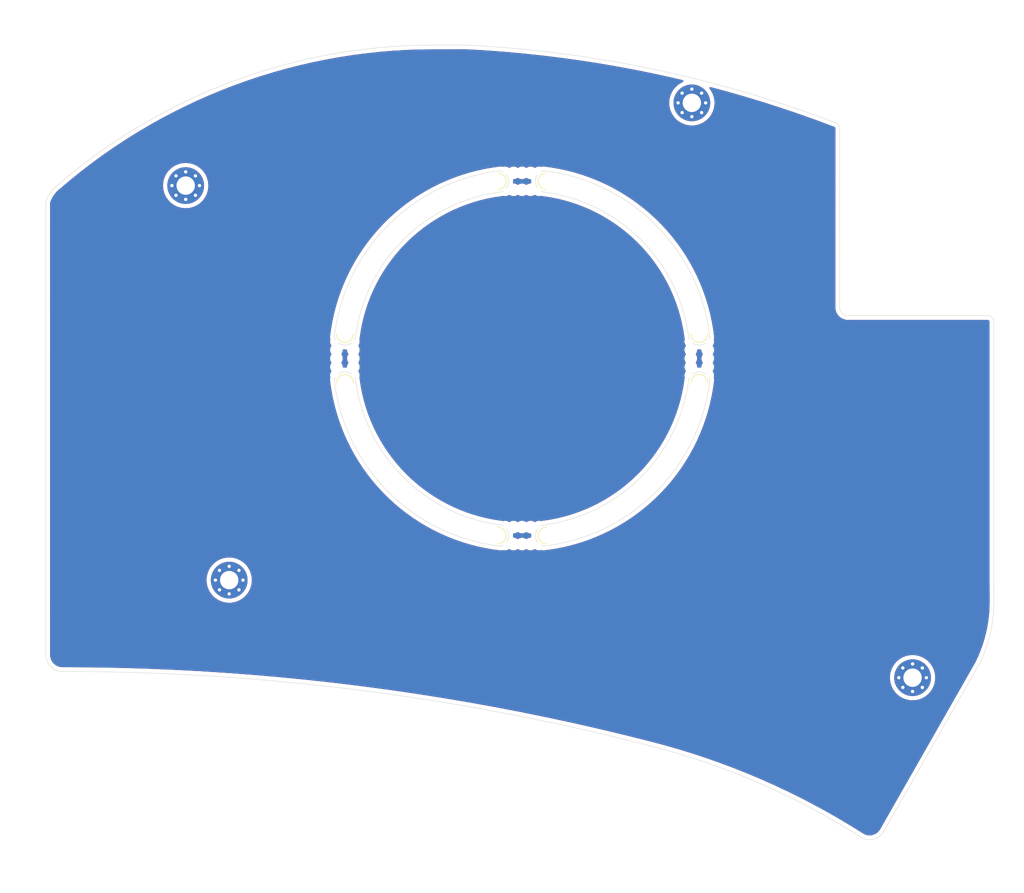
<source format=kicad_pcb>
(kicad_pcb (version 20211014) (generator pcbnew)
  (layers (0 "F.Cu" signal) (31 "B.Cu" signal) (34 "B.Paste" user) (35 "F.Paste" user) (36 "B.SilkS" user "B.Silkscreen") (37 "F.SilkS" user "F.Silkscreen") (38 "B.Mask" user) (39 "F.Mask" user) (44 "Edge.Cuts" user))
  (net 0 "")
  (footprint "Duckyb-Parts:mouse-bite-5mm-slot-with-space-for-track" (layer "F.Cu") (at 113.665 86.995)
    (fp_text reference "mouse-bite-5mm-slot" hide)
    (fp_text value "Mouse Bite 2" hide)
    (fp_arc (start 1 -2.921) (mid 0 -1.921) (end -1 -2.921) (layer "F.SilkS") (width 0.1))
    (fp_arc (start -1 2.921) (mid 0 1.921) (end 1 2.921) (layer "F.SilkS") (width 0.1))
    (pad "" np_thru_hole circle locked (at -1.016 -1.016) (size 0.5 0.5) (drill 0.5) (layers *.Cu *.Mask))
    (pad "" np_thru_hole circle locked (at 1.016 0) (size 0.5 0.5) (drill 0.5) (layers *.Cu *.Mask))
    (pad "" np_thru_hole circle locked (at 1.016 2.032) (size 0.5 0.5) (drill 0.5) (layers *.Cu *.Mask))
    (pad "" np_thru_hole circle locked (at -1.016 1.016) (size 0.5 0.5) (drill 0.5) (layers *.Cu *.Mask))
    (pad "" np_thru_hole circle locked (at 1.016 -2.032) (size 0.5 0.5) (drill 0.5) (layers *.Cu *.Mask))
    (pad "" np_thru_hole circle locked (at 1.016 -1.016) (size 0.5 0.5) (drill 0.5) (layers *.Cu *.Mask))
    (pad "" np_thru_hole circle locked (at -1.016 2.032) (size 0.5 0.5) (drill 0.5) (layers *.Cu *.Mask))
    (pad "" np_thru_hole circle locked (at -1.016 -2.032) (size 0.5 0.5) (drill 0.5) (layers *.Cu *.Mask))
    (pad "" np_thru_hole circle locked (at -1.016 0) (size 0.5 0.5) (drill 0.5) (layers *.Cu *.Mask))
    (pad "" np_thru_hole circle locked (at 1.016 1.016) (size 0.5 0.5) (drill 0.5) (layers *.Cu *.Mask))
  )
  (footprint "Duckyb-Parts:mouse-bite-5mm-slot-with-space-for-track" (layer "F.Cu") (at 92.456 65.786 90)
    (fp_text reference "mouse-bite-5mm-slot" hide)
    (fp_text value "Mouse Bite 1" hide)
    (fp_arc (start 1 -2.921) (mid 0 -1.921) (end -1 -2.921) (layer "F.SilkS") (width 0.1))
    (fp_arc (start -1 2.921) (mid 0 1.921) (end 1 2.921) (layer "F.SilkS") (width 0.1))
    (pad "" np_thru_hole circle locked (at 1.016 2.032 90) (size 0.5 0.5) (drill 0.5) (layers *.Cu *.Mask))
    (pad "" np_thru_hole circle locked (at 1.016 -1.016 90) (size 0.5 0.5) (drill 0.5) (layers *.Cu *.Mask))
    (pad "" np_thru_hole circle locked (at -1.016 1.016 90) (size 0.5 0.5) (drill 0.5) (layers *.Cu *.Mask))
    (pad "" np_thru_hole circle locked (at -1.016 -2.032 90) (size 0.5 0.5) (drill 0.5) (layers *.Cu *.Mask))
    (pad "" np_thru_hole circle locked (at -1.016 0 90) (size 0.5 0.5) (drill 0.5) (layers *.Cu *.Mask))
    (pad "" np_thru_hole circle locked (at 1.016 -2.032 90) (size 0.5 0.5) (drill 0.5) (layers *.Cu *.Mask))
    (pad "" np_thru_hole circle locked (at 1.016 0 90) (size 0.5 0.5) (drill 0.5) (layers *.Cu *.Mask))
    (pad "" np_thru_hole circle locked (at 1.016 1.016 90) (size 0.5 0.5) (drill 0.5) (layers *.Cu *.Mask))
    (pad "" np_thru_hole circle locked (at -1.016 2.032 90) (size 0.5 0.5) (drill 0.5) (layers *.Cu *.Mask))
    (pad "" np_thru_hole circle locked (at -1.016 -1.016 90) (size 0.5 0.5) (drill 0.5) (layers *.Cu *.Mask))
  )
  (footprint "MountingHole:MountingHole_2.2mm_M2_Pad_Via" (layer "F.Cu") (at 52.197 66.294)
    (fp_text reference "Mounting 04" hide)
    (fp_text value "MountingHole_2.2mm_M2_Pad_Via")
    (pad "1" thru_hole circle locked (at 1.166726 -1.166726) (size 0.7 0.7) (drill 0.4) (layers *.Cu *.Mask))
    (pad "1" thru_hole circle locked (at -1.166726 -1.166726) (size 0.7 0.7) (drill 0.4) (layers *.Cu *.Mask))
    (pad "1" thru_hole circle locked (at -1.65 0) (size 0.7 0.7) (drill 0.4) (layers *.Cu *.Mask))
    (pad "1" thru_hole circle locked (at -1.166726 1.166726) (size 0.7 0.7) (drill 0.4) (layers *.Cu *.Mask))
    (pad "1" thru_hole circle locked (at 0 1.65) (size 0.7 0.7) (drill 0.4) (layers *.Cu *.Mask))
    (pad "1" thru_hole circle locked (at 1.65 0) (size 0.7 0.7) (drill 0.4) (layers *.Cu *.Mask))
    (pad "1" thru_hole circle locked (at 0 0) (size 4.4 4.4) (drill 2.2) (layers *.Cu *.Mask))
    (pad "1" thru_hole circle locked (at 0 -1.65) (size 0.7 0.7) (drill 0.4) (layers *.Cu *.Mask))
    (pad "1" thru_hole circle locked (at 1.166726 1.166726) (size 0.7 0.7) (drill 0.4) (layers *.Cu *.Mask))
  )
  (footprint "MountingHole:MountingHole_2.2mm_M2_Pad_Via" (layer "F.Cu") (at 57.404 113.538)
    (fp_text reference "Mounting 03" hide)
    (fp_text value "MountingHole_2.2mm_M2_Pad_Via")
    (pad "1" thru_hole circle locked (at -1.65 0) (size 0.7 0.7) (drill 0.4) (layers *.Cu *.Mask))
    (pad "1" thru_hole circle locked (at 1.65 0) (size 0.7 0.7) (drill 0.4) (layers *.Cu *.Mask))
    (pad "1" thru_hole circle locked (at 0 1.65) (size 0.7 0.7) (drill 0.4) (layers *.Cu *.Mask))
    (pad "1" thru_hole circle locked (at 0 0) (size 4.4 4.4) (drill 2.2) (layers *.Cu *.Mask))
    (pad "1" thru_hole circle locked (at 0 -1.65) (size 0.7 0.7) (drill 0.4) (layers *.Cu *.Mask))
    (pad "1" thru_hole circle locked (at -1.166726 -1.166726) (size 0.7 0.7) (drill 0.4) (layers *.Cu *.Mask))
    (pad "1" thru_hole circle locked (at -1.166726 1.166726) (size 0.7 0.7) (drill 0.4) (layers *.Cu *.Mask))
    (pad "1" thru_hole circle locked (at 1.166726 1.166726) (size 0.7 0.7) (drill 0.4) (layers *.Cu *.Mask))
    (pad "1" thru_hole circle locked (at 1.166726 -1.166726) (size 0.7 0.7) (drill 0.4) (layers *.Cu *.Mask))
  )
  (footprint "Duckyb-Parts:mouse-bite-5mm-slot-with-space-for-track" (layer "F.Cu") (at 92.456 108.204 -90)
    (fp_text reference "mouse-bite-5mm-slot" hide)
    (fp_text value "Mouse Bite 3" hide)
    (fp_arc (start -1 2.921) (mid 0 1.921) (end 1 2.921) (layer "F.SilkS") (width 0.1))
    (fp_arc (start 1 -2.921) (mid 0 -1.921) (end -1 -2.921) (layer "F.SilkS") (width 0.1))
    (pad "" np_thru_hole circle locked (at -1.016 2.032 270) (size 0.5 0.5) (drill 0.5) (layers *.Cu *.Mask))
    (pad "" np_thru_hole circle locked (at 1.016 2.032 270) (size 0.5 0.5) (drill 0.5) (layers *.Cu *.Mask))
    (pad "" np_thru_hole circle locked (at -1.016 -2.032 270) (size 0.5 0.5) (drill 0.5) (layers *.Cu *.Mask))
    (pad "" np_thru_hole circle locked (at 1.016 1.016 270) (size 0.5 0.5) (drill 0.5) (layers *.Cu *.Mask))
    (pad "" np_thru_hole circle locked (at -1.016 -1.016 270) (size 0.5 0.5) (drill 0.5) (layers *.Cu *.Mask))
    (pad "" np_thru_hole circle locked (at -1.016 0 270) (size 0.5 0.5) (drill 0.5) (layers *.Cu *.Mask))
    (pad "" np_thru_hole circle locked (at 1.016 0 270) (size 0.5 0.5) (drill 0.5) (layers *.Cu *.Mask))
    (pad "" np_thru_hole circle locked (at 1.016 -1.016 270) (size 0.5 0.5) (drill 0.5) (layers *.Cu *.Mask))
    (pad "" np_thru_hole circle locked (at 1.016 -2.032 270) (size 0.5 0.5) (drill 0.5) (layers *.Cu *.Mask))
    (pad "" np_thru_hole circle locked (at -1.016 1.016 270) (size 0.5 0.5) (drill 0.5) (layers *.Cu *.Mask))
  )
  (footprint "MountingHole:MountingHole_2.2mm_M2_Pad_Via" (layer "F.Cu") (at 112.776 56.388)
    (fp_text reference "Mounting 01" hide)
    (fp_text value "MountingHole_2.2mm_M2_Pad_Via")
    (pad "1" thru_hole circle locked (at 0 1.65) (size 0.7 0.7) (drill 0.4) (layers *.Cu *.Mask))
    (pad "1" thru_hole circle locked (at 1.166726 1.166726) (size 0.7 0.7) (drill 0.4) (layers *.Cu *.Mask))
    (pad "1" thru_hole circle locked (at 0 -1.65) (size 0.7 0.7) (drill 0.4) (layers *.Cu *.Mask))
    (pad "1" thru_hole circle locked (at -1.166726 -1.166726) (size 0.7 0.7) (drill 0.4) (layers *.Cu *.Mask))
    (pad "1" thru_hole circle locked (at -1.65 0) (size 0.7 0.7) (drill 0.4) (layers *.Cu *.Mask))
    (pad "1" thru_hole circle locked (at 1.65 0) (size 0.7 0.7) (drill 0.4) (layers *.Cu *.Mask))
    (pad "1" thru_hole circle locked (at -1.166726 1.166726) (size 0.7 0.7) (drill 0.4) (layers *.Cu *.Mask))
    (pad "1" thru_hole circle locked (at 1.166726 -1.166726) (size 0.7 0.7) (drill 0.4) (layers *.Cu *.Mask))
    (pad "1" thru_hole circle locked (at 0 0) (size 4.4 4.4) (drill 2.2) (layers *.Cu *.Mask))
  )
  (footprint "Duckyb-Parts:mouse-bite-5mm-slot-with-space-for-track" (layer "F.Cu") (at 71.247 86.995 180)
    (fp_text reference "mouse-bite-5mm-slot" hide)
    (fp_text value "Mouse Bite 4" hide)
    (fp_arc (start -1 2.921) (mid 0 1.921) (end 1 2.921) (layer "F.SilkS") (width 0.1))
    (fp_arc (start 1 -2.921) (mid 0 -1.921) (end -1 -2.921) (layer "F.SilkS") (width 0.1))
    (pad "" np_thru_hole circle locked (at 1.016 2.032 180) (size 0.5 0.5) (drill 0.5) (layers *.Cu *.Mask))
    (pad "" np_thru_hole circle locked (at 1.016 0 180) (size 0.5 0.5) (drill 0.5) (layers *.Cu *.Mask))
    (pad "" np_thru_hole circle locked (at -1.016 0 180) (size 0.5 0.5) (drill 0.5) (layers *.Cu *.Mask))
    (pad "" np_thru_hole circle locked (at -1.016 -1.016 180) (size 0.5 0.5) (drill 0.5) (layers *.Cu *.Mask))
    (pad "" np_thru_hole circle locked (at -1.016 2.032 180) (size 0.5 0.5) (drill 0.5) (layers *.Cu *.Mask))
    (pad "" np_thru_hole circle locked (at -1.016 1.016 180) (size 0.5 0.5) (drill 0.5) (layers *.Cu *.Mask))
    (pad "" np_thru_hole circle locked (at -1.016 -2.032 180) (size 0.5 0.5) (drill 0.5) (layers *.Cu *.Mask))
    (pad "" np_thru_hole circle locked (at 1.016 -2.032 180) (size 0.5 0.5) (drill 0.5) (layers *.Cu *.Mask))
    (pad "" np_thru_hole circle locked (at 1.016 -1.016 180) (size 0.5 0.5) (drill 0.5) (layers *.Cu *.Mask))
    (pad "" np_thru_hole circle locked (at 1.016 1.016 180) (size 0.5 0.5) (drill 0.5) (layers *.Cu *.Mask))
  )
  (footprint "MountingHole:MountingHole_2.2mm_M2_Pad_Via" (layer "F.Cu") (at 139.192 125.222)
    (fp_text reference "Mounting 02" hide)
    (fp_text value "MountingHole_2.2mm_M2_Pad_Via")
    (pad "1" thru_hole circle locked (at -1.65 0) (size 0.7 0.7) (drill 0.4) (layers *.Cu *.Mask))
    (pad "1" thru_hole circle locked (at 0 1.65) (size 0.7 0.7) (drill 0.4) (layers *.Cu *.Mask))
    (pad "1" thru_hole circle locked (at 0 0) (size 4.4 4.4) (drill 2.2) (layers *.Cu *.Mask))
    (pad "1" thru_hole circle locked (at -1.166726 1.166726) (size 0.7 0.7) (drill 0.4) (layers *.Cu *.Mask))
    (pad "1" thru_hole circle locked (at 1.166726 -1.166726) (size 0.7 0.7) (drill 0.4) (layers *.Cu *.Mask))
    (pad "1" thru_hole circle locked (at 1.65 0) (size 0.7 0.7) (drill 0.4) (layers *.Cu *.Mask))
    (pad "1" thru_hole circle locked (at 0 -1.65) (size 0.7 0.7) (drill 0.4) (layers *.Cu *.Mask))
    (pad "1" thru_hole circle locked (at -1.166726 -1.166726) (size 0.7 0.7) (drill 0.4) (layers *.Cu *.Mask))
    (pad "1" thru_hole circle locked (at 1.166726 1.166726) (size 0.7 0.7) (drill 0.4) (layers *.Cu *.Mask))
  )
  (gr_arc (start 148.162 81.866) (mid 148.69233 82.08567) (end 148.912 82.616) (layer "Edge.Cuts") (width 0.05))
  (gr_line (start 131.458 81.868917) (end 148.162 81.866) (layer "Edge.Cuts") (width 0.05))
  (gr_line (start 147.161679 123.613657) (end 135.71 143.699265) (layer "Edge.Cuts") (width 0.05))
  (gr_arc (start 148.924 116.248) (mid 148.462831 120.031316) (end 147.161679 123.613657) (layer "Edge.Cuts") (width 0.05))
  (gr_line (start 148.912 82.616) (end 148.912 113.7285) (layer "Edge.Cuts") (width 0.05))
  (gr_line (start 148.912 113.7285) (end 148.924 116.248) (layer "Edge.Cuts") (width 0.05))
  (gr_arc (start 131.458 81.868917) (mid 130.750893 81.576024) (end 130.458 80.868917) (layer "Edge.Cuts") (width 0.05))
  (gr_line (start 130.458 80.868917) (end 130.463 59.473) (layer "Edge.Cuts") (width 0.05))
  (gr_arc (start 35.465859 68.23732) (mid 36.022742 67.119147) (end 36.893 66.223) (layer "Edge.Cuts") (width 0.05))
  (gr_arc (start 85.843124 49.465561) (mid 108.303617 52.385977) (end 130.028245 58.79247) (layer "Edge.Cuts") (width 0.05))
  (gr_line (start 37.768 124.474571) (end 37.493002 124.473917) (layer "Edge.Cuts") (width 0.05))
  (gr_arc (start 107.797707 133.384137) (mid 120.821222 137.841207) (end 132.978 144.298) (layer "Edge.Cuts") (width 0.05))
  (gr_arc (start 37.768 124.474571) (mid 73.062876 126.72836) (end 107.797707 133.384137) (layer "Edge.Cuts") (width 0.05))
  (gr_arc (start 37.493002 124.473917) (mid 36.080534 123.924716) (end 35.458001 122.542999) (layer "Edge.Cuts") (width 0.05))
  (gr_arc (start 135.71 143.699265) (mid 134.468995 144.56898) (end 132.978 144.298) (layer "Edge.Cuts") (width 0.05))
  (gr_arc (start 130.028245 58.79247) (mid 130.345034 59.069226) (end 130.463 59.473) (layer "Edge.Cuts") (width 0.05))
  (gr_line (start 35.465859 68.23732) (end 35.458001 122.542999) (layer "Edge.Cuts") (width 0.05))
  (gr_line (start 85.843124 49.465561) (end 81.868 49.468) (layer "Edge.Cuts") (width 0.05))
  (gr_arc (start 36.893 66.223) (mid 57.870705 53.792798) (end 81.868 49.468) (layer "Edge.Cuts") (width 0.05))
  (gr_arc (start 112.394999 89.535001) (mid 106.668939 101.20794) (end 94.995999 106.933999) (layer "Edge.Cuts") (width 0.05))
  (gr_arc (start 112.395002 89.535001) (mid 113.665 88.590083) (end 114.934998 89.535002) (layer "Edge.Cuts") (width 0.05))
  (gr_arc (start 114.934999 89.535001) (mid 108.452202 102.991203) (end 94.995999 109.473999) (layer "Edge.Cuts") (width 0.05))
  (gr_arc (start 94.995998 109.473999) (mid 94.051081 108.203999) (end 94.996 106.934) (layer "Edge.Cuts") (width 0.05))
  (gr_arc (start 94.996001 67.056001) (mid 106.66894 72.782061) (end 112.394999 84.455001) (layer "Edge.Cuts") (width 0.05))
  (gr_arc (start 72.516998 84.454999) (mid 71.247 85.399917) (end 69.977002 84.454998) (layer "Edge.Cuts") (width 0.05))
  (gr_arc (start 89.915999 106.933999) (mid 78.24306 101.207939) (end 72.517001 89.534999) (layer "Edge.Cuts") (width 0.05))
  (gr_arc (start 94.996001 64.516001) (mid 108.452203 70.998798) (end 114.934999 84.455001) (layer "Edge.Cuts") (width 0.05))
  (gr_arc (start 89.915999 106.934002) (mid 90.860917 108.204) (end 89.915998 109.473998) (layer "Edge.Cuts") (width 0.05))
  (gr_arc (start 69.977001 84.454999) (mid 76.459798 70.998797) (end 89.916001 64.516001) (layer "Edge.Cuts") (width 0.05))
  (gr_arc (start 69.977001 89.534998) (mid 71.247001 88.590081) (end 72.517 89.535) (layer "Edge.Cuts") (width 0.05))
  (gr_arc (start 89.916002 64.516001) (mid 90.860919 65.786001) (end 89.916 67.056) (layer "Edge.Cuts") (width 0.05))
  (gr_arc (start 94.996001 67.055998) (mid 94.051083 65.786) (end 94.996002 64.516002) (layer "Edge.Cuts") (width 0.05))
  (gr_arc (start 72.517001 84.454999) (mid 78.243061 72.78206) (end 89.916001 67.056001) (layer "Edge.Cuts") (width 0.05))
  (gr_arc (start 89.915999 109.473999) (mid 76.459797 102.991202) (end 69.977001 89.534999) (layer "Edge.Cuts") (width 0.05))
  (gr_arc (start 114.934999 84.455002) (mid 113.664999 85.399919) (end 112.395 84.455) (layer "Edge.Cuts") (width 0.05))
  (zone (net 0) (net_name "") (layers F&B.Cu) (connect_pads (clearance 0.508)) (min_thickness 0.254) (fill yes (thermal_gap 0.508) (thermal_bridge_width 0.508))
    (polygon (pts (xy 29.972 44.069) (xy 152.527 44.069) (xy 152.527 151.003) (xy 29.972 151.003)))
  )
)
</source>
